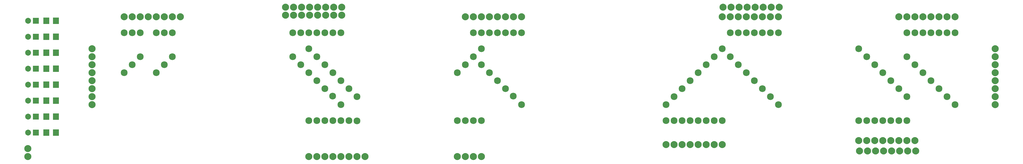
<source format=gbs>
G04 MADE WITH FRITZING*
G04 WWW.FRITZING.ORG*
G04 SINGLE SIDED*
G04 HOLES NOT PLATED*
G04 CONTOUR ON CENTER OF CONTOUR VECTOR*
%ASAXBY*%
%FSLAX23Y23*%
%MOIN*%
%OFA0B0*%
%SFA1.0B1.0*%
%ADD10C,0.088000*%
%ADD11C,0.085000*%
%ADD12C,0.072992*%
%ADD13R,0.072992X0.072992*%
%ADD14R,0.072992X0.084803*%
%LNMASK0*%
G90*
G70*
G54D10*
X10476Y352D03*
X10576Y352D03*
X10676Y352D03*
X10776Y352D03*
X10876Y352D03*
X10976Y352D03*
X11076Y352D03*
X11176Y352D03*
X3626Y152D03*
X3726Y152D03*
X3826Y152D03*
X3926Y152D03*
X4026Y152D03*
X4126Y152D03*
X4226Y152D03*
X4326Y152D03*
X10976Y1902D03*
X11076Y1902D03*
X11176Y1902D03*
X11276Y1902D03*
X11376Y1902D03*
X11476Y1902D03*
X11576Y1902D03*
X11676Y1902D03*
X8076Y302D03*
X8176Y302D03*
X8276Y302D03*
X8376Y302D03*
X8476Y302D03*
X8576Y302D03*
X8676Y302D03*
X8776Y302D03*
X8776Y1902D03*
X8876Y1902D03*
X8976Y1902D03*
X9076Y1902D03*
X9176Y1902D03*
X9276Y1902D03*
X9376Y1902D03*
X9476Y1902D03*
X5476Y152D03*
X5576Y152D03*
X5676Y152D03*
X5776Y152D03*
X1326Y1902D03*
X1426Y1902D03*
X1526Y1902D03*
X1626Y1902D03*
X1726Y1902D03*
X1826Y1902D03*
X1926Y1902D03*
X2026Y1902D03*
X5576Y1902D03*
X5676Y1902D03*
X5776Y1902D03*
X5876Y1902D03*
X5976Y1902D03*
X6076Y1902D03*
X6176Y1902D03*
X6276Y1902D03*
X10486Y221D03*
X10586Y221D03*
X10686Y221D03*
X10786Y221D03*
X10886Y221D03*
X10986Y221D03*
X11086Y221D03*
X11186Y221D03*
X8786Y2021D03*
X8886Y2021D03*
X8986Y2021D03*
X9086Y2021D03*
X9186Y2021D03*
X9286Y2021D03*
X9386Y2021D03*
X9486Y2021D03*
X3336Y2021D03*
X3436Y2021D03*
X3536Y2021D03*
X3636Y2021D03*
X3736Y2021D03*
X3836Y2021D03*
X3936Y2021D03*
X4036Y2021D03*
X3336Y1921D03*
X3436Y1921D03*
X3536Y1921D03*
X3636Y1921D03*
X3736Y1921D03*
X3836Y1921D03*
X3936Y1921D03*
X4036Y1921D03*
X12176Y802D03*
X12176Y902D03*
X12176Y1002D03*
X12176Y1102D03*
X12176Y1202D03*
X12176Y1302D03*
X12176Y1402D03*
X12176Y1502D03*
X926Y802D03*
X926Y902D03*
X926Y1002D03*
X926Y1102D03*
X926Y1202D03*
X926Y1302D03*
X926Y1402D03*
X926Y1502D03*
G54D11*
X3726Y1102D03*
X3726Y1702D03*
X10576Y602D03*
X10576Y1402D03*
X10676Y602D03*
X10676Y1302D03*
X10776Y602D03*
X10776Y1202D03*
X10876Y602D03*
X10876Y1102D03*
X10476Y602D03*
X10476Y1502D03*
X8876Y1402D03*
X8876Y1702D03*
X9276Y1002D03*
X9276Y1702D03*
X9076Y1202D03*
X9076Y1702D03*
X9176Y1102D03*
X9176Y1702D03*
X11376Y1702D03*
X11376Y1102D03*
X10976Y602D03*
X10976Y1002D03*
X11476Y1702D03*
X11476Y1002D03*
X11676Y1702D03*
X11676Y802D03*
X11576Y1702D03*
X11576Y902D03*
X9376Y902D03*
X9376Y1702D03*
X11276Y1702D03*
X11276Y1202D03*
X11076Y602D03*
X11076Y902D03*
X11176Y1702D03*
X11176Y1302D03*
X11076Y1402D03*
X11076Y1702D03*
X8976Y1302D03*
X8976Y1702D03*
X5676Y602D03*
X5676Y1402D03*
X6276Y802D03*
X6276Y1702D03*
X5576Y602D03*
X5576Y1302D03*
X5476Y602D03*
X5476Y1202D03*
X6076Y1002D03*
X6076Y1702D03*
X3826Y1002D03*
X3826Y1702D03*
X6172Y910D03*
X6176Y1702D03*
X3922Y910D03*
X3926Y1702D03*
X5976Y1102D03*
X5976Y1702D03*
X4026Y802D03*
X4026Y1702D03*
X9476Y802D03*
X9476Y1702D03*
X8376Y602D03*
X8376Y1102D03*
X8276Y602D03*
X8276Y1002D03*
X8076Y602D03*
X8076Y802D03*
X8176Y602D03*
X8176Y902D03*
X5776Y602D03*
X5776Y1502D03*
X8676Y602D03*
X8676Y1402D03*
X8776Y602D03*
X8776Y1502D03*
X8576Y602D03*
X8576Y1302D03*
X8476Y602D03*
X8476Y1202D03*
X3626Y1202D03*
X3626Y1702D03*
X5876Y1202D03*
X5876Y1702D03*
X3526Y1302D03*
X3526Y1702D03*
X5776Y1302D03*
X5776Y1702D03*
X3426Y1402D03*
X3426Y1702D03*
X5676Y1402D03*
X5676Y1702D03*
X1326Y1202D03*
X1326Y1702D03*
X1726Y1202D03*
X1726Y1702D03*
X1426Y1302D03*
X1426Y1702D03*
X1826Y1302D03*
X1826Y1702D03*
X1526Y1402D03*
X1526Y1702D03*
X1926Y1402D03*
X1926Y1702D03*
X4226Y598D03*
X4226Y902D03*
X3626Y602D03*
X3626Y1502D03*
X3726Y602D03*
X3726Y1402D03*
X3826Y602D03*
X3826Y1302D03*
X4026Y602D03*
X4026Y1102D03*
X4126Y602D03*
X4126Y1002D03*
X3926Y602D03*
X3926Y1202D03*
G54D12*
X226Y852D03*
X128Y852D03*
X226Y1652D03*
X128Y1652D03*
X226Y652D03*
X128Y652D03*
X226Y452D03*
X128Y452D03*
X226Y1052D03*
X128Y1052D03*
X226Y1452D03*
X128Y1452D03*
X226Y1252D03*
X128Y1252D03*
X226Y1852D03*
X128Y1852D03*
G54D10*
X126Y252D03*
X126Y152D03*
G54D13*
X226Y852D03*
X226Y1652D03*
X226Y652D03*
X226Y452D03*
X226Y1052D03*
X226Y1452D03*
X226Y1252D03*
X226Y1852D03*
G54D14*
X354Y452D03*
X476Y452D03*
X354Y852D03*
X476Y852D03*
X354Y1252D03*
X476Y1252D03*
X354Y1652D03*
X476Y1652D03*
X354Y1852D03*
X476Y1852D03*
X354Y652D03*
X476Y652D03*
X354Y1452D03*
X476Y1452D03*
X354Y1052D03*
X476Y1052D03*
G04 End of Mask0*
M02*
</source>
